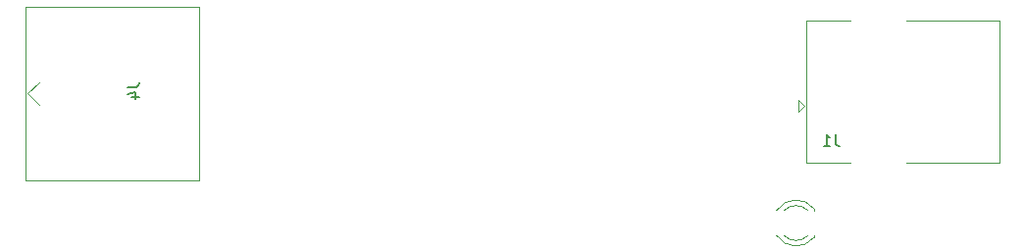
<source format=gbo>
G04 #@! TF.GenerationSoftware,KiCad,Pcbnew,7.0.8*
G04 #@! TF.CreationDate,2024-05-20T17:56:06+02:00*
G04 #@! TF.ProjectId,Generator_Cyfrowka,47656e65-7261-4746-9f72-5f437966726f,rev?*
G04 #@! TF.SameCoordinates,Original*
G04 #@! TF.FileFunction,Legend,Bot*
G04 #@! TF.FilePolarity,Positive*
%FSLAX46Y46*%
G04 Gerber Fmt 4.6, Leading zero omitted, Abs format (unit mm)*
G04 Created by KiCad (PCBNEW 7.0.8) date 2024-05-20 17:56:06*
%MOMM*%
%LPD*%
G01*
G04 APERTURE LIST*
%ADD10C,0.150000*%
%ADD11C,0.120000*%
%ADD12R,1.600000X1.600000*%
%ADD13O,1.600000X1.600000*%
%ADD14C,3.200000*%
%ADD15R,1.700000X1.700000*%
%ADD16O,1.700000X1.700000*%
%ADD17C,1.600000*%
%ADD18C,4.000000*%
%ADD19R,1.800000X1.800000*%
%ADD20C,1.800000*%
%ADD21O,2.500000X1.600000*%
%ADD22O,7.000000X3.500000*%
G04 APERTURE END LIST*
D10*
X116157333Y-86322819D02*
X116157333Y-87037104D01*
X116157333Y-87037104D02*
X116204952Y-87179961D01*
X116204952Y-87179961D02*
X116300190Y-87275200D01*
X116300190Y-87275200D02*
X116443047Y-87322819D01*
X116443047Y-87322819D02*
X116538285Y-87322819D01*
X115157333Y-87322819D02*
X115728761Y-87322819D01*
X115443047Y-87322819D02*
X115443047Y-86322819D01*
X115443047Y-86322819D02*
X115538285Y-86465676D01*
X115538285Y-86465676D02*
X115633523Y-86560914D01*
X115633523Y-86560914D02*
X115728761Y-86608533D01*
X55080819Y-82216666D02*
X55795104Y-82216666D01*
X55795104Y-82216666D02*
X55937961Y-82169047D01*
X55937961Y-82169047D02*
X56033200Y-82073809D01*
X56033200Y-82073809D02*
X56080819Y-81930952D01*
X56080819Y-81930952D02*
X56080819Y-81835714D01*
X55414152Y-83121428D02*
X56080819Y-83121428D01*
X55033200Y-82883333D02*
X55747485Y-82645238D01*
X55747485Y-82645238D02*
X55747485Y-83264285D01*
D11*
X112978000Y-83396000D02*
X113478000Y-83896000D01*
X112978000Y-84396000D02*
X112978000Y-83396000D01*
X113478000Y-83896000D02*
X112978000Y-84396000D01*
X113678000Y-76536000D02*
X113678000Y-88756000D01*
X113678000Y-76536000D02*
X117428000Y-76536000D01*
X113678000Y-88756000D02*
X117428000Y-88756000D01*
X130298000Y-76536000D02*
X122328000Y-76536000D01*
X130298000Y-76536000D02*
X130298000Y-88756000D01*
X130298000Y-88756000D02*
X122328000Y-88756000D01*
X114336000Y-95060000D02*
X114336000Y-95216000D01*
X114336000Y-92744000D02*
X114336000Y-92900000D01*
X111103666Y-95058608D02*
G75*
G03*
X114335999Y-95215515I1672334J1078608D01*
G01*
X111734871Y-95059836D02*
G75*
G03*
X113816960Y-95059999I1041129J1079836D01*
G01*
X113816960Y-92900001D02*
G75*
G03*
X111734871Y-92900164I-1040960J-1079999D01*
G01*
X114335999Y-92744485D02*
G75*
G03*
X111103666Y-92901392I-1559999J-1235515D01*
G01*
X61228000Y-75304000D02*
X46228000Y-75304000D01*
X46228000Y-75304000D02*
X46228000Y-90304000D01*
X46428000Y-82804000D02*
X47428000Y-81804000D01*
X46428000Y-82804000D02*
X47428000Y-83804000D01*
X61228000Y-90304000D02*
X61228000Y-75304000D01*
X46228000Y-90304000D02*
X61228000Y-90304000D01*
%LPC*%
D12*
X74920000Y-90170000D03*
D13*
X74920000Y-87630000D03*
X74920000Y-85090000D03*
X74920000Y-82550000D03*
X74920000Y-80010000D03*
X74920000Y-77470000D03*
X74920000Y-74930000D03*
X67300000Y-74930000D03*
X67300000Y-77470000D03*
X67300000Y-80010000D03*
X67300000Y-82550000D03*
X67300000Y-85090000D03*
X67300000Y-87630000D03*
X67300000Y-90170000D03*
D14*
X119380000Y-70104000D03*
D12*
X102108000Y-89916000D03*
D13*
X102108000Y-87376000D03*
X102108000Y-84836000D03*
X102108000Y-82296000D03*
X102108000Y-79756000D03*
X102108000Y-77216000D03*
X102108000Y-74676000D03*
X94488000Y-74676000D03*
X94488000Y-77216000D03*
X94488000Y-79756000D03*
X94488000Y-82296000D03*
X94488000Y-84836000D03*
X94488000Y-87376000D03*
X94488000Y-89916000D03*
D12*
X87112000Y-90180000D03*
D13*
X87112000Y-87640000D03*
X87112000Y-85100000D03*
X87112000Y-82560000D03*
X87112000Y-80020000D03*
X87112000Y-77480000D03*
X87112000Y-74940000D03*
X79492000Y-74940000D03*
X79492000Y-77480000D03*
X79492000Y-80020000D03*
X79492000Y-82560000D03*
X79492000Y-85100000D03*
X79492000Y-87640000D03*
X79492000Y-90180000D03*
D15*
X111252000Y-72898000D03*
D16*
X111252000Y-70358000D03*
D14*
X119380000Y-94996000D03*
D15*
X64008000Y-80767000D03*
D16*
X64008000Y-83307000D03*
D14*
X49784000Y-70104000D03*
X49784000Y-94996000D03*
D12*
X115028000Y-83896000D03*
D17*
X115028000Y-81396000D03*
X117028000Y-81396000D03*
X117028000Y-83896000D03*
D18*
X119888000Y-76646000D03*
X119888000Y-88646000D03*
D19*
X114046000Y-93980000D03*
D20*
X111506000Y-93980000D03*
D21*
X58928000Y-82804000D03*
D22*
X53848000Y-77724000D03*
D21*
X58928000Y-80264000D03*
D22*
X53848000Y-87884000D03*
%LPD*%
M02*

</source>
